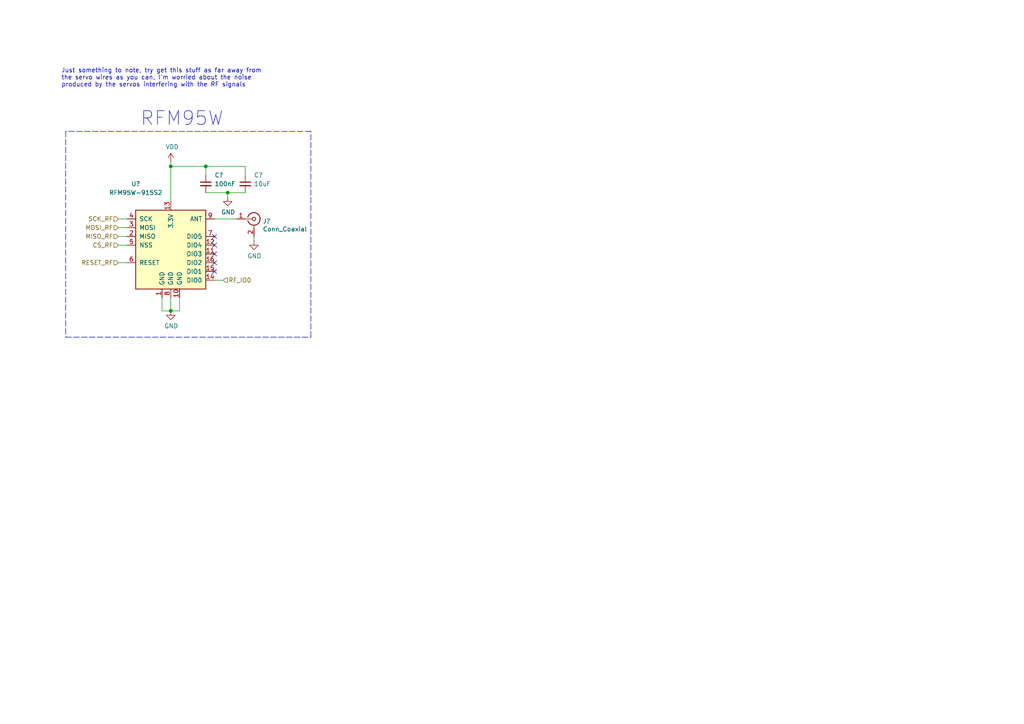
<source format=kicad_sch>
(kicad_sch (version 20211123) (generator eeschema)
  (paper "A4")
  (lib_symbols
    (symbol "Connector:Conn_Coaxial" (pin_names (offset 1.016) hide)
      (property "Reference" "J" (at 0.254 3.048 0))
      (property "Value" "Conn_Coaxial" (at 2.921 0 90))
      (symbol "Conn_Coaxial_0_1"
        (arc (start -1.778 -0.508) (mid 0.222 -1.808) (end 1.778 0) (stroke (width 0.254)))
        (polyline (pts (xy -2.54 0) (xy -0.508 0)))
        (polyline (pts (xy 0 -2.54) (xy 0 -1.778)))
        (circle (center 0 0) (radius 0.508) (stroke (width 0.2032)))
        (arc (start 1.778 0) (mid 0.222 1.8083) (end -1.778 0.508) (stroke (width 0.254)))
      )
      (symbol "Conn_Coaxial_1_1"
        (pin passive line (at -5.08 0 0) (length 2.54) (name "In") (number "1"))
        (pin passive line (at 0 -5.08 90) (length 2.54) (name "Ext") (number "2"))
      )
    )
    (symbol "Device:C_Small" (pin_numbers hide) (pin_names (offset 0.254) hide)
      (property "Reference" "C" (at 0.254 1.778 0))
      (property "Value" "C_Small" (at 0.254 -2.032 0))
      (symbol "C_Small_0_1"
        (polyline (pts (xy -1.524 -0.508) (xy 1.524 -0.508)) (stroke (width 0.3302)))
        (polyline (pts (xy -1.524 0.508) (xy 1.524 0.508)) (stroke (width 0.3048)))
      )
      (symbol "C_Small_1_1"
        (pin passive line (at 0 2.54 270) (length 2.032) (name "~") (number "1"))
        (pin passive line (at 0 -2.54 90) (length 2.032) (name "~") (number "2"))
      )
    )
    (symbol "RF_Module:RFM95W-915S2" (pin_names (offset 1.016))
      (property "Reference" "U" (at -10.414 11.684 0))
      (property "Value" "RFM95W-915S2" (at 1.524 11.43 0))
      (symbol "RFM95W-915S2_0_1"
        (rectangle (start -10.16 10.16) (end 10.16 -12.7) (stroke (width 0.254)) (fill (type background)))
      )
      (symbol "RFM95W-915S2_1_1"
        (pin power_in line (at -2.54 -15.24 90) (length 2.54) (name "GND") (number "1"))
        (pin power_in line (at 2.54 -15.24 90) (length 2.54) (name "GND") (number "10"))
        (pin bidirectional line (at 12.7 -2.54 180) (length 2.54) (name "DIO3") (number "11"))
        (pin bidirectional line (at 12.7 0 180) (length 2.54) (name "DIO4") (number "12"))
        (pin power_in line (at 0 12.7 270) (length 2.54) (name "3.3V") (number "13"))
        (pin bidirectional line (at 12.7 -10.16 180) (length 2.54) (name "DIO0") (number "14"))
        (pin bidirectional line (at 12.7 -7.62 180) (length 2.54) (name "DIO1") (number "15"))
        (pin bidirectional line (at 12.7 -5.08 180) (length 2.54) (name "DIO2") (number "16"))
        (pin output line (at -12.7 2.54 0) (length 2.54) (name "MISO") (number "2"))
        (pin input line (at -12.7 5.08 0) (length 2.54) (name "MOSI") (number "3"))
        (pin input line (at -12.7 7.62 0) (length 2.54) (name "SCK") (number "4"))
        (pin input line (at -12.7 0 0) (length 2.54) (name "NSS") (number "5"))
        (pin bidirectional line (at -12.7 -5.08 0) (length 2.54) (name "RESET") (number "6"))
        (pin bidirectional line (at 12.7 2.54 180) (length 2.54) (name "DIO5") (number "7"))
        (pin power_in line (at 0 -15.24 90) (length 2.54) (name "GND") (number "8"))
        (pin bidirectional line (at 12.7 7.62 180) (length 2.54) (name "ANT") (number "9"))
      )
    )
    (symbol "power:GND" (power) (pin_names (offset 0))
      (property "Value" "GND" (at 0 -3.81 0))
      (symbol "GND_0_1"
        (polyline (pts (xy 0 0) (xy 0 -1.27) (xy 1.27 -1.27) (xy 0 -2.54) (xy -1.27 -1.27) (xy 0 -1.27)))
      )
      (symbol "GND_1_1"
        (pin power_in line (at 0 0 270) (length 0) hide (name "GND") (number "1"))
      )
    )
    (symbol "power:VDD" (power) (pin_names (offset 0))
      (property "Value" "VDD" (at 0 3.81 0))
      (symbol "VDD_0_1"
        (polyline (pts (xy -0.762 1.27) (xy 0 2.54)))
        (polyline (pts (xy 0 0) (xy 0 2.54)))
        (polyline (pts (xy 0 2.54) (xy 0.762 1.27)))
      )
      (symbol "VDD_1_1"
        (pin power_in line (at 0 0 90) (length 0) hide (name "VDD") (number "1"))
      )
    )
  )
  (junction (at 49.53 48.26))
  (junction (at 66.04 55.88))
  (junction (at 49.53 90.17))
  (junction (at 59.69 48.26))
  (no_connect (at 62.23 71.12))
  (no_connect (at 62.23 68.58))
  (no_connect (at 62.23 73.66))
  (no_connect (at 62.23 78.74))
  (no_connect (at 62.23 76.2))
  (polyline (pts (xy 90.17 38.1) (xy 19.05 38.1)))
  (wire (pts (xy 66.04 55.88) (xy 66.04 57.15)))
  (wire (pts (xy 59.69 48.26) (xy 71.12 48.26)))
  (wire (pts (xy 46.99 86.36) (xy 46.99 90.17)))
  (wire (pts (xy 73.66 68.58) (xy 73.66 69.85)))
  (wire (pts (xy 62.23 63.5) (xy 68.58 63.5)))
  (wire (pts (xy 52.07 90.17) (xy 49.53 90.17)))
  (wire (pts (xy 62.23 81.28) (xy 64.77 81.28)))
  (wire (pts (xy 36.83 76.2) (xy 34.29 76.2)))
  (wire (pts (xy 34.29 63.5) (xy 36.83 63.5)))
  (wire (pts (xy 34.29 66.04) (xy 36.83 66.04)))
  (wire (pts (xy 52.07 86.36) (xy 52.07 90.17)))
  (wire (pts (xy 66.04 55.88) (xy 71.12 55.88)))
  (polyline (pts (xy 19.05 97.79) (xy 90.17 97.79)))
  (wire (pts (xy 49.53 48.26) (xy 59.69 48.26)))
  (wire (pts (xy 49.53 86.36) (xy 49.53 90.17)))
  (polyline (pts (xy 90.17 97.79) (xy 90.17 38.1)))
  (wire (pts (xy 46.99 90.17) (xy 49.53 90.17)))
  (wire (pts (xy 71.12 48.26) (xy 71.12 50.8)))
  (wire (pts (xy 59.69 48.26) (xy 59.69 50.8)))
  (wire (pts (xy 49.53 46.99) (xy 49.53 48.26)))
  (wire (pts (xy 59.69 55.88) (xy 66.04 55.88)))
  (polyline (pts (xy 19.05 38.1) (xy 19.05 97.79)))
  (wire (pts (xy 49.53 48.26) (xy 49.53 58.42)))
  (wire (pts (xy 34.29 68.58) (xy 36.83 68.58)))
  (wire (pts (xy 34.29 71.12) (xy 36.83 71.12)))
  (text "Just something to note, try get this stuff as far away from\nthe servo wires as you can, I'm worried about the noise\nproduced by the servos interfering with the RF signals" (at 17.78 25.4 0) (effects (font (size 1.27 1.27)) (justify left bottom)))
  (text "RFM95W" (at 40.64 36.83 0) (effects (font (size 3.9878 3.9878)) (justify left bottom)))
  (hierarchical_label "RESET_RF" (shape input) (at 34.29 76.2 180))
  (hierarchical_label "SCK_RF" (shape input) (at 34.29 63.5 180))
  (hierarchical_label "MOSI_RF" (shape input) (at 34.29 66.04 180))
  (hierarchical_label "CS_RF" (shape input) (at 34.29 71.12 180))
  (hierarchical_label "MISO_RF" (shape input) (at 34.29 68.58 180))
  (hierarchical_label "RF_IO0" (shape input) (at 64.77 81.28 0))
  (symbol (lib_id "power:GND") (at 49.53 90.17 0) (unit 1)
    (property "Reference" "#PWR?" (effects hide))
    (property "Value" "GND" (at 49.657 94.5642 0))
  )
  (symbol (lib_id "power:GND") (at 73.66 69.85 0) (unit 1)
    (property "Reference" "#PWR?" (effects hide))
    (property "Value" "GND" (at 73.787 74.2442 0))
  )
  (symbol (lib_id "Connector:Conn_Coaxial") (at 73.66 63.5 0) (unit 1)
    (property "Reference" "J?" (at 76.2 64.135 0) (effects (justify left)))
    (property "Value" "Conn_Coaxial" (at 76.2 66.4464 0) (effects (justify left)))
    (property "Footprint" "Connector_Coaxial:SMA_Amphenol_132291_Vertical" (effects hide))
    (property "Datasheet" " ~" (effects hide))
  )
  (symbol (lib_id "RF_Module:RFM95W-915S2") (at 49.53 71.12 0) (unit 1)
    (property "Reference" "U?" (at 39.37 53.34 0))
    (property "Value" "RFM95W-915S2" (at 39.37 55.88 0))
    (property "Footprint" "RF_Module:HOPERF_RFM9XW_SMD" (effects hide))
    (property "Datasheet" "https://www.hoperf.com/data/upload/portal/20181127/5bfcbea20e9ef.pdf" (effects hide))
  )
  (symbol (lib_id "power:VDD") (at 49.53 46.99 0) (unit 1)
    (property "Reference" "#PWR?" (effects hide))
    (property "Value" "VDD" (at 49.911 42.5958 0))
  )
  (symbol (lib_id "Device:C_Small") (at 71.12 53.34 0) (unit 1)
    (property "Reference" "C?" (at 73.66 50.8 0) (effects (justify left)))
    (property "Value" "10uF" (at 73.66 53.34 0) (effects (justify left)))
    (property "Footprint" "Capacitor_SMD:C_0603_1608Metric" (effects hide))
  )
  (symbol (lib_id "Device:C_Small") (at 59.69 53.34 0) (unit 1)
    (property "Reference" "C?" (at 62.23 50.8 0) (effects (justify left)))
    (property "Value" "100nF" (at 62.23 53.34 0) (effects (justify left)))
    (property "Footprint" "Capacitor_SMD:C_0603_1608Metric" (effects hide))
  )
  (symbol (lib_id "power:GND") (at 66.04 57.15 0) (unit 1)
    (property "Reference" "#PWR?" (effects hide))
    (property "Value" "GND" (at 66.167 61.5442 0))
  )
)
</source>
